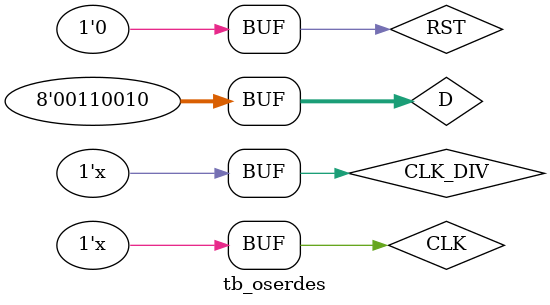
<source format=v>
`timescale 1ns / 1ps


module tb_oserdes(

    );
localparam FAST_PRD   = 10.0;
reg [7:0] D;
wire OQ;
wire TQ;
reg CLK;
reg CLK_DIV;
reg RST;


parameter DEVICE     = "A7";
parameter DATA_WIDTH = 8;
parameter DATA_RATE  = "DDR" ;


localparam DIV        = DATA_WIDTH / (DATA_RATE=="DDR" ? 2 : 1) ;


oserdes  
#(.C_DEVICE     ( DEVICE ) ,//"KU" "KUP" "A7" "K7"
  .C_DATA_RATE  ( DATA_RATE) ,
  .C_DATA_WIDTH (DATA_WIDTH      ) )
   oserdes_u(
   .D_I       (D),
   .T_I       (0),
   .OQ_O      (OQ),
   .TQ_O      (TQ),
   .CLK_I     (CLK),
   .CLKDIV_I  (CLK_DIV),
   .RST_I     (RST)

    );

wire [7:0] Q_O;
iserdes  
#(.C_DEVICE     ( DEVICE ),//"KU" "KUP" "A7" "K7"
  .C_DATA_RATE  ( DATA_RATE ),
  .C_DATA_WIDTH ( DATA_WIDTH     ))
iserdes_u(
.CLK_I     (CLK),
.CLKDIV_I  (CLK_DIV),
.BITSLIP_I (0),
.RST_I     (RST),  
.D_I       (OQ),
.Q_O       (Q_O)

 );




always #(FAST_PRD/2.0) CLK = ~CLK;
always #(FAST_PRD/2.0*DIV) CLK_DIV = ~CLK_DIV;


initial begin
    RST =1;
    CLK = 1;
    CLK_DIV = 1;
D = 8'b00110010;

#2000;
RST = 0;


end

 
    
    
    
    
endmodule

</source>
